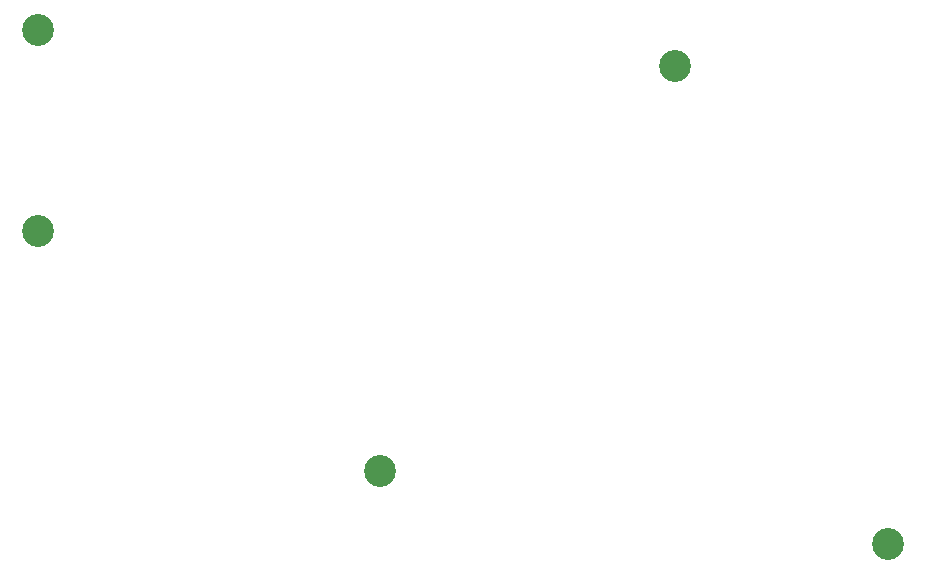
<source format=gts>
G04 #@! TF.GenerationSoftware,KiCad,Pcbnew,(5.99.0-11177-g6c67dfa032)*
G04 #@! TF.CreationDate,2021-10-11T00:02:08+03:00*
G04 #@! TF.ProjectId,chocofi-topplate,63686f63-6f66-4692-9d74-6f70706c6174,2.1*
G04 #@! TF.SameCoordinates,Original*
G04 #@! TF.FileFunction,Soldermask,Top*
G04 #@! TF.FilePolarity,Negative*
%FSLAX46Y46*%
G04 Gerber Fmt 4.6, Leading zero omitted, Abs format (unit mm)*
G04 Created by KiCad (PCBNEW (5.99.0-11177-g6c67dfa032)) date 2021-10-11 00:02:08*
%MOMM*%
%LPD*%
G01*
G04 APERTURE LIST*
%ADD10C,2.700000*%
G04 APERTURE END LIST*
D10*
X95000000Y-66802000D03*
X148971000Y-69850000D03*
X123952000Y-104140000D03*
X167005000Y-110363000D03*
X95000000Y-83820000D03*
M02*

</source>
